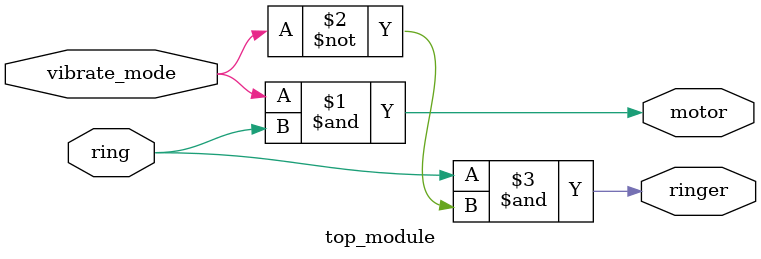
<source format=v>
module top_module (
    input ring,
    input vibrate_mode,
    output ringer,       // Make sound
    output motor         // Vibrate
);
   //phone is ringing and phone is in vibrate mode
    assign motor  = vibrate_mode & ring;
  
  //phone is ringing and phone is not in vibrate mode
    assign ringer = ring & ~vibrate_mode; 

endmodule

</source>
